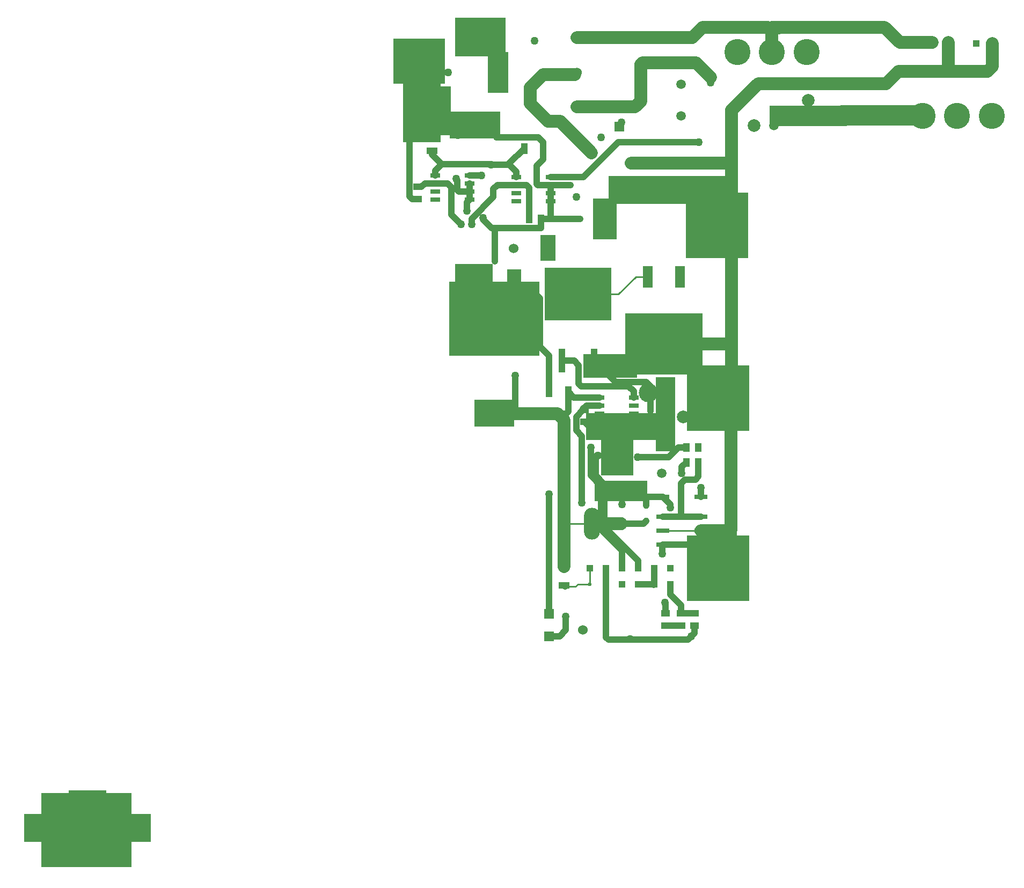
<source format=gtl>
G04 Layer_Physical_Order=1*
G04 Layer_Color=255*
%FSLAX25Y25*%
%MOIN*%
<<<<<<< HEAD
G70*
G01*
G75*
%ADD10R,0.01969X0.03937*%
%ADD11R,0.07874X0.02756*%
%ADD12R,0.07100X0.04400*%
%ADD13R,0.06299X0.05906*%
%ADD14R,0.41339X0.32677*%
%ADD15R,0.04134X0.14764*%
%ADD16R,0.06004X0.02756*%
%ADD17R,0.04331X0.07087*%
%ADD18R,0.48031X0.38386*%
%ADD19R,0.06299X0.13780*%
%ADD20R,0.04000X0.05500*%
%ADD21R,0.07087X0.04331*%
%ADD22R,0.05500X0.04000*%
%ADD23C,0.07874*%
%ADD24C,0.01000*%
%ADD25C,0.03937*%
%ADD26R,0.33500X0.15000*%
%ADD27R,0.70000X0.23500*%
%ADD28R,0.27000X0.27000*%
%ADD29R,0.49000X0.12500*%
%ADD30R,0.48000X0.13000*%
%ADD31R,0.25000X0.17000*%
%ADD32R,0.56500X0.46000*%
%ADD33R,0.39000X0.40500*%
%ADD34R,0.15000X0.25500*%
%ADD35R,0.31500X0.16500*%
%ADD36R,0.23500X0.47500*%
%ADD37R,0.15000X0.29000*%
%ADD38R,0.12500X0.25500*%
%ADD39R,0.20500X0.29000*%
%ADD40R,0.32500X0.13000*%
%ADD41R,0.50500X0.17000*%
%ADD42R,0.12000X0.46000*%
%ADD43R,0.78500X0.17500*%
%ADD44R,0.32000X0.28500*%
%ADD45R,0.31500X0.24000*%
%ADD46R,0.23500X0.19500*%
%ADD47R,0.09000X0.16000*%
%ADD48R,0.09500X0.16000*%
%ADD49R,0.33500X0.14500*%
%ADD50C,0.11811*%
%ADD51R,0.05906X0.05906*%
%ADD52C,0.05906*%
%ADD53C,0.02362*%
%ADD54R,0.04362X0.04362*%
%ADD55O,0.09900X0.19800*%
%ADD56O,0.16500X0.08250*%
%ADD57C,0.16200*%
%ADD58C,0.06000*%
%ADD59C,0.07874*%
%ADD60C,0.05000*%
G36*
X329032Y195977D02*
X330160Y194746D01*
X330087Y193078D01*
X328856Y191950D01*
X327188Y192023D01*
X326061Y193254D01*
X326133Y194922D01*
X327364Y196050D01*
X329032Y195977D01*
D02*
G37*
D10*
X362000Y195776D02*
D03*
Y205224D02*
D03*
D11*
X395811Y189594D02*
D03*
Y180933D02*
D03*
X372189Y189594D02*
D03*
Y180933D02*
D03*
X395811Y198256D02*
D03*
X372189D02*
D03*
X395811Y210854D02*
D03*
X372189D02*
D03*
D12*
X311000Y167400D02*
D03*
Y155600D02*
D03*
D13*
X301500Y137890D02*
D03*
Y124110D02*
D03*
D14*
X319500Y336642D02*
D03*
D15*
X329500Y295303D02*
D03*
X309500D02*
D03*
D16*
X354177Y272500D02*
D03*
Y267500D02*
D03*
Y262500D02*
D03*
Y257500D02*
D03*
X332823D02*
D03*
Y262500D02*
D03*
Y267500D02*
D03*
Y272500D02*
D03*
X302677Y409500D02*
D03*
Y404500D02*
D03*
Y399500D02*
D03*
Y394500D02*
D03*
X281323D02*
D03*
Y399500D02*
D03*
Y404500D02*
D03*
Y409500D02*
D03*
X252177Y410500D02*
D03*
Y405500D02*
D03*
Y400500D02*
D03*
Y395500D02*
D03*
X230823D02*
D03*
Y400500D02*
D03*
Y405500D02*
D03*
Y410500D02*
D03*
D17*
X313500Y276000D02*
D03*
X301689D02*
D03*
X286094Y427000D02*
D03*
X297905D02*
D03*
D18*
X373000Y305764D02*
D03*
D19*
X383000Y347437D02*
D03*
X363000D02*
D03*
D20*
X289300Y383500D02*
D03*
X296700D02*
D03*
X386800Y232000D02*
D03*
X394200D02*
D03*
Y241500D02*
D03*
X386800D02*
D03*
D21*
X229000Y425595D02*
D03*
Y437405D02*
D03*
D22*
X374000Y138200D02*
D03*
Y130800D02*
D03*
X392000D02*
D03*
Y138200D02*
D03*
X383500Y130800D02*
D03*
Y138200D02*
D03*
X220000Y403200D02*
D03*
Y395800D02*
D03*
X323500Y264700D02*
D03*
Y257300D02*
D03*
D23*
X440000Y500000D02*
Y502500D01*
Y489000D02*
Y500000D01*
X510000Y502500D02*
X519500Y493000D01*
X440000Y502500D02*
X510000D01*
X397000D02*
X437500D01*
X390500Y496000D02*
X397000Y502500D01*
X307000Y262500D02*
X311000Y258500D01*
X373000Y305764D02*
X414764D01*
X395811Y189594D02*
X414094D01*
X414500Y190000D02*
Y264811D01*
X414094Y165594D02*
Y189594D01*
X311000Y167400D02*
Y240500D01*
X280500Y262500D02*
X307000D01*
X311000Y234000D02*
Y258500D01*
X415000Y451000D02*
X431500Y467500D01*
X511000D01*
X518500Y475000D01*
X574000D02*
X577000Y478000D01*
Y492500D01*
X549500Y475000D02*
Y493000D01*
X518500Y475000D02*
X549500D01*
X574000D01*
X393000Y480500D02*
X402000Y471500D01*
X359500Y480500D02*
X393000D01*
X358500Y456500D02*
Y479500D01*
X355000Y453000D02*
X358500Y456500D01*
X319000Y453000D02*
X355000D01*
X352500Y418000D02*
X415000D01*
Y272000D02*
Y418000D01*
Y451000D01*
X308500Y444000D02*
X328000Y424500D01*
X301000Y444000D02*
X308500D01*
X290000Y455000D02*
X301000Y444000D01*
X290000Y455000D02*
Y465000D01*
X298000Y473000D01*
X317500D01*
X319000Y496000D02*
X390500D01*
X519500Y493000D02*
X539500D01*
D24*
X338500Y122000D02*
X388000D01*
X437500Y502500D02*
X440000Y500000D01*
X395811Y189594D02*
X395905Y189500D01*
X337000Y156500D02*
Y166500D01*
X311000Y155600D02*
X311600Y155000D01*
X301500Y137890D02*
Y212500D01*
X374000Y138200D02*
Y144500D01*
X373500Y145000D02*
X374000Y144500D01*
Y130800D02*
X383500D01*
X409563Y269748D02*
X414500Y264811D01*
X414094Y189594D02*
X414500Y190000D01*
X372000Y175500D02*
Y180744D01*
X372189Y180933D01*
X395811D01*
X383500Y198256D02*
Y219000D01*
X386000Y221500D01*
X392500D01*
X394200Y223200D01*
Y232000D01*
X372189Y198256D02*
X383500D01*
X395811D01*
X363354Y210854D02*
X372189D01*
X362000Y209500D02*
X363354Y210854D01*
X362000Y205224D02*
Y209500D01*
X377000Y204000D02*
Y206043D01*
X372189Y210854D02*
X377000Y206043D01*
X384000Y225500D02*
Y229200D01*
X386800Y232000D01*
X377000Y150000D02*
Y156500D01*
Y150000D02*
X383500Y143500D01*
Y138200D02*
Y143500D01*
Y138200D02*
X392000D01*
Y126000D02*
Y130800D01*
X366500Y156000D02*
X367000Y156500D01*
Y166500D01*
X357000Y156500D02*
X367000D01*
X337000Y123500D02*
Y156500D01*
Y123500D02*
X338500Y122000D01*
X301500Y124110D02*
X308110D01*
X312000Y128000D01*
Y135000D01*
X356500Y235500D02*
X376000D01*
X382000Y241500D01*
X386800D01*
X309500Y295303D02*
X317197D01*
X320000Y292500D01*
Y281000D02*
Y292500D01*
X317000Y272500D02*
X332823D01*
X313500Y276000D02*
X317000Y272500D01*
X313500Y263689D02*
Y276000D01*
X324800Y267500D02*
X332823D01*
X320000Y281000D02*
X321500Y279500D01*
X351000D01*
X354177Y276323D01*
Y272500D02*
Y276323D01*
X322000Y207000D02*
Y248500D01*
X318437Y252063D02*
Y260437D01*
X322700Y264700D01*
X323500D01*
X318437Y252063D02*
X322000Y248500D01*
X307000Y262500D02*
X312311D01*
X313500Y263689D01*
X347000Y166500D02*
Y177500D01*
X334000Y190500D02*
X347000Y177500D01*
X334000Y190500D02*
Y217500D01*
X327500Y224000D02*
X334000Y217500D01*
X327500Y224000D02*
Y240000D01*
X241000Y386000D02*
X247000Y380000D01*
X241000Y386000D02*
Y403000D01*
X238500Y405500D02*
X241000Y403000D01*
X230823Y405500D02*
X238500D01*
X357000Y166500D02*
Y171000D01*
X336000Y192000D02*
X357000Y171000D01*
X336000Y192000D02*
Y218500D01*
X330500Y224000D02*
X336000Y218500D01*
X330500Y224000D02*
Y236000D01*
X253500Y380000D02*
Y383500D01*
X267000Y397000D01*
Y402000D01*
X269500Y404500D01*
X281323D01*
X341890Y194000D02*
X360224D01*
X362000Y195776D01*
X280500Y262500D02*
Y285000D01*
X230823Y410500D02*
Y413323D01*
X235000Y417500D01*
X265000D01*
X265500Y417000D01*
X277000D01*
X281323Y412677D01*
Y409500D02*
Y412677D01*
X229000Y423500D02*
Y425595D01*
Y423500D02*
X235000Y417500D01*
X277000Y417000D02*
Y417906D01*
X286094Y427000D01*
X322500Y265200D02*
X324800Y267500D01*
X281323Y404500D02*
X287500D01*
X289300Y402700D01*
Y383500D02*
Y402700D01*
X220000Y403200D02*
X222200D01*
X224500Y405500D01*
X230823D01*
X252177Y410500D02*
X258000D01*
X549500Y493000D02*
X550000Y493500D01*
X302677Y409500D02*
X323000D01*
X344500Y431000D01*
X393500D01*
X402000Y468000D02*
Y471500D01*
X358500Y479500D02*
X359500Y480500D01*
X317500Y473000D02*
X319000Y474500D01*
X440000Y500000D02*
X444500D01*
X302677Y404500D02*
X315000D01*
X302677Y399500D02*
Y404500D01*
Y394500D02*
Y399500D01*
Y383677D02*
Y394500D01*
X302500Y383500D02*
X302677Y383677D01*
X296700Y383500D02*
X302500D01*
X321000D01*
X216700Y395800D02*
X220000D01*
X215000Y397500D02*
X216700Y395800D01*
X215000Y397500D02*
Y432500D01*
X219905Y437405D01*
X229000D01*
X244094D01*
X239000Y442500D02*
X244094Y437405D01*
X236000Y442500D02*
X239000D01*
X297905Y420405D02*
Y427000D01*
X294000Y416500D02*
X297905Y420405D01*
X294000Y405000D02*
Y416500D01*
Y405000D02*
X294500Y404500D01*
X302677D01*
X297905Y427000D02*
Y431095D01*
X295000Y434000D02*
X297905Y431095D01*
X269000Y434000D02*
X295000D01*
X388000Y122000D02*
X390000Y124000D01*
X392000Y126000D01*
X395811Y210854D02*
Y215189D01*
X396000Y215378D01*
X252177Y400500D02*
Y405500D01*
Y395500D02*
Y400500D01*
X245500D02*
X252177D01*
X244500Y401500D02*
X245500Y400500D01*
X244500Y401500D02*
Y407500D01*
X296700Y377700D02*
Y383500D01*
X260500Y383000D02*
X265800Y377700D01*
X250500Y388500D02*
Y393823D01*
X252177Y395500D01*
X268000Y357000D02*
Y377700D01*
X265800D02*
X268000D01*
X296700D01*
X323500Y257300D02*
X329800Y251000D01*
X343000D01*
X329500Y295303D02*
X342803Y282000D01*
X362000D01*
X364500Y279500D01*
Y264000D02*
Y279500D01*
X301689Y276000D02*
Y298311D01*
X296000Y304000D02*
X301689Y298311D01*
X296000Y304000D02*
Y334000D01*
X289500Y340500D02*
X296000Y334000D01*
D25*
X372189Y189594D02*
X395811D01*
X319500Y156500D02*
X327000D01*
X318000Y155000D02*
X319500Y156500D01*
X311600Y155000D02*
X318000D01*
X327000Y156500D02*
Y166500D01*
X355437Y347437D02*
X363000D01*
X344642Y336642D02*
X355437Y347437D01*
X319500Y336642D02*
X344642D01*
X311000Y194000D02*
X328110D01*
D26*
X441250Y441500D02*
D03*
D27*
X507000Y447750D02*
D03*
D28*
X462500Y447500D02*
D03*
D29*
X267500Y262750D02*
D03*
D30*
Y321500D02*
D03*
D31*
X406500Y272000D02*
D03*
X406000Y379500D02*
D03*
X406500Y166500D02*
D03*
D32*
X336250Y383500D02*
D03*
D33*
X255500Y441750D02*
D03*
D34*
X222500Y454750D02*
D03*
D35*
X233250Y451250D02*
D03*
D36*
X269750Y474250D02*
D03*
D37*
X344000Y238500D02*
D03*
D38*
X346250Y214250D02*
D03*
D39*
X349750Y254500D02*
D03*
D40*
X373750Y262000D02*
D03*
D41*
X377750Y401500D02*
D03*
D42*
X221000Y481500D02*
D03*
D43*
X258750Y496250D02*
D03*
D44*
X255000Y345750D02*
D03*
D45*
X279750Y344000D02*
D03*
D46*
X300750Y365250D02*
D03*
D47*
X339500Y292000D02*
D03*
D48*
X363250Y275500D02*
D03*
D49*
X345250Y440750D02*
D03*
D50*
X383500Y447500D02*
D03*
Y467185D02*
D03*
X371500Y225315D02*
D03*
Y245000D02*
D03*
D51*
X327000Y156500D02*
D03*
X549500Y493000D02*
D03*
X577000Y492500D02*
D03*
D52*
X337000Y156500D02*
D03*
X347000D02*
D03*
X357000D02*
D03*
X367000D02*
D03*
X377000D02*
D03*
X327000Y166500D02*
D03*
X337000D02*
D03*
X347000D02*
D03*
X357000D02*
D03*
X367000D02*
D03*
X377000D02*
D03*
X539500Y493000D02*
D03*
X567000Y492500D02*
D03*
D53*
X328110Y194000D02*
D03*
D54*
X341890D02*
D03*
D55*
X555043Y447500D02*
D03*
X576500D02*
D03*
X533587D02*
D03*
X439957Y487000D02*
D03*
X418500D02*
D03*
X461413D02*
D03*
D56*
X319000Y453000D02*
D03*
Y474500D02*
D03*
Y496000D02*
D03*
D57*
X239000Y474500D02*
D03*
D58*
X322500Y128000D02*
D03*
X279500Y365000D02*
D03*
D59*
X429000Y441500D02*
D03*
X462500Y457000D02*
D03*
X385000Y260500D02*
D03*
X396500Y401500D02*
D03*
D60*
X301500Y212500D02*
D03*
X373500Y145000D02*
D03*
X372000Y175500D02*
D03*
X377000Y204000D02*
D03*
X384000Y225500D02*
D03*
X312000Y136500D02*
D03*
X356500Y235500D02*
D03*
X322000Y207000D02*
D03*
X327500Y241500D02*
D03*
X247000Y380000D02*
D03*
X332000Y236500D02*
D03*
X253500Y380000D02*
D03*
X280500Y286000D02*
D03*
X265500Y417000D02*
D03*
X259500Y410500D02*
D03*
X394500Y431000D02*
D03*
X402000Y468000D02*
D03*
X351500Y418500D02*
D03*
X328000Y424500D02*
D03*
X352000Y122500D02*
D03*
X390000Y124000D02*
D03*
X396000Y216500D02*
D03*
X347000Y206000D02*
D03*
X244000Y408500D02*
D03*
X245000Y435500D02*
D03*
X260500Y384000D02*
D03*
X250500Y388500D02*
D03*
X292500Y494000D02*
D03*
X346500Y443500D02*
D03*
X334000Y434000D02*
D03*
X318500Y397000D02*
D03*
M02*
=======
%SFA1B1*%

%IPPOS*%
%ADD10R,0.019690X0.039370*%
%ADD11R,0.078740X0.027560*%
%ADD12R,0.071000X0.044000*%
%ADD13R,0.062990X0.059060*%
%ADD14R,0.413390X0.326770*%
%ADD15R,0.041340X0.147640*%
%ADD16R,0.060040X0.027560*%
%ADD17R,0.043310X0.070870*%
%ADD18R,0.480310X0.383860*%
%ADD19R,0.062990X0.137800*%
%ADD20R,0.040000X0.055000*%
%ADD21R,0.070870X0.043310*%
%ADD22R,0.055000X0.040000*%
%ADD23C,0.078740*%
%ADD24C,0.039370*%
%ADD25C,0.010000*%
%ADD26C,0.059060*%
%ADD27R,0.490000X0.125000*%
%ADD28R,0.480000X0.130000*%
%ADD29R,0.250000X0.170000*%
%ADD30R,0.565000X0.460000*%
%ADD31R,0.390000X0.405000*%
%ADD32R,0.150000X0.255000*%
%ADD33R,0.315000X0.165000*%
%ADD34R,0.235000X0.475000*%
%ADD35R,0.150000X0.290000*%
%ADD36R,0.125000X0.255000*%
%ADD37R,0.205000X0.290000*%
%ADD38R,0.325000X0.130000*%
%ADD39R,0.505000X0.170000*%
%ADD40R,0.120000X0.460000*%
%ADD41R,0.785000X0.175000*%
%ADD42R,0.320000X0.285000*%
%ADD43R,0.315000X0.240000*%
%ADD44R,0.235000X0.195000*%
%ADD45R,0.090000X0.160000*%
%ADD46R,0.095000X0.160000*%
%ADD47R,0.335000X0.145000*%
%ADD48C,0.118110*%
%ADD49R,0.059060X0.059060*%
%ADD50C,0.059060*%
%ADD51C,0.023620*%
%ADD52R,0.043620X0.043620*%
%ADD53O,0.099000X0.198000*%
%ADD54O,0.165000X0.082500*%
%ADD55C,0.162000*%
%ADD56C,0.060000*%
%ADD57C,0.050000*%
%LNchicker-1*%
%LPD*%
G36*
X14241Y01959D02*
X14229Y01947D01*
X1423Y0193*
X14242Y01919*
X14259Y0192*
X1427Y01932*
X1427Y01949*
X14257Y0196*
X14241Y01959*
G37*
G54D10*
X13911Y01957D03*
Y02052D03*
G54D11*
X13573Y01895D03*
Y01809D03*
X13809Y01895D03*
Y01809D03*
X13573Y01982D03*
X13809D03*
X13573Y02108D03*
X13809D03*
G54D12*
X14421Y01674D03*
Y01556D03*
G54D13*
X14516Y01378D03*
Y01241D03*
G54D14*
X14336Y03366D03*
G54D15*
X14236Y02953D03*
X14436D03*
G54D16*
X13989Y02725D03*
Y02675D03*
Y02625D03*
Y02575D03*
X14203D03*
Y02625D03*
Y02675D03*
Y02725D03*
X14504Y04095D03*
Y04045D03*
Y03995D03*
Y03945D03*
X14718D03*
Y03995D03*
Y04045D03*
Y04095D03*
X15009Y04105D03*
Y04055D03*
Y04005D03*
Y03955D03*
X15223D03*
Y04005D03*
Y04055D03*
Y04105D03*
G54D17*
X14396Y0276D03*
X14514D03*
X1467Y0427D03*
X14552D03*
G54D18*
X13801Y03057D03*
G54D19*
X13701Y03474D03*
X13901D03*
G54D20*
X14638Y03835D03*
X14564D03*
X13663Y0232D03*
X13589D03*
Y02415D03*
X13663D03*
G54D21*
X15241Y04255D03*
Y04374D03*
G54D22*
X13791Y01382D03*
Y01308D03*
X13611D03*
Y01382D03*
X13696Y01308D03*
Y01382D03*
X15331Y04032D03*
Y03958D03*
X14296Y02647D03*
Y02573D03*
G54D23*
X14461Y02625D02*
X14421Y02585D01*
X13801Y03057D02*
X13383D01*
X13573Y01895D02*
X1339D01*
X13386Y019D02*
Y02648D01*
X1339Y01655D02*
Y01895D01*
X14421Y01674D02*
Y02405D01*
X14726Y02625D02*
X14461D01*
X14421Y0234D02*
Y02585D01*
X13381Y0451D02*
X13216Y04675D01*
X12421*
X12346Y0475*
X11791D02*
X11761Y0478D01*
Y04925*
X12036Y0475D02*
Y0493D01*
X12346Y0475D02*
X12036D01*
X11791*
X13601Y04805D02*
X13511Y04715D01*
X13936Y04805D02*
X13601D01*
X13946Y04565D02*
Y04795D01*
X13981Y0453D02*
X13946Y04565D01*
X14341Y0453D02*
X13981D01*
X14006Y0418D02*
X13381D01*
Y0272D02*
Y0418D01*
Y0451*
X14446Y0444D02*
X14251Y04245D01*
X14521Y0444D02*
X14446D01*
X14631Y0455D02*
X14521Y0444D01*
X14631Y0455D02*
Y0465D01*
X14551Y0473*
X14356*
X14341Y0496D02*
X13626D01*
X13131Y0489D02*
Y05D01*
X13626Y0496D02*
X13561Y05025D01*
X134*
X13291D02*
X13156D01*
X13056Y0503D02*
X12436D01*
X12336Y0493*
X12136*
G54D24*
X13809Y01895D02*
X13573D01*
X14336Y01565D02*
X14261D01*
X14351Y0155D02*
X14336Y01565D01*
X14415Y0155D02*
X14351D01*
X14261Y01565D02*
Y01665D01*
X13977Y03474D02*
X13901D01*
X14084Y03366D02*
X13977Y03474D01*
X14336Y03366D02*
X14084D01*
X14421Y0194D02*
X1425D01*
G54D25*
X13573Y01895D02*
X13572Y01895D01*
X14161Y01565D02*
Y01665D01*
X14421Y01556D02*
X14415Y0155D01*
X14516Y01378D02*
Y02125D01*
X13791Y01382D02*
Y01445D01*
X13796Y0145D02*
X13791Y01445D01*
Y01308D02*
X13696D01*
X13435Y02697D02*
X13386Y02648D01*
X1339Y01895D02*
X13386Y019D01*
X13811Y01755D02*
Y01807D01*
X13809Y01809*
X13573*
X13696Y01982D02*
Y0219D01*
X13671Y02215*
X13606*
X13589Y02232*
Y0232*
X13809Y01982D02*
X13696D01*
X13573*
X13897Y02108D02*
X13809D01*
X13911Y02095D02*
X13897Y02108D01*
X13911Y02052D02*
Y02095D01*
X13761Y0204D02*
Y0206D01*
X13809Y02108D02*
X13761Y0206D01*
X13691Y02255D02*
Y02292D01*
X13663Y0232*
X13761Y015D02*
Y01565D01*
Y015D02*
X13696Y01435D01*
Y01382D02*
Y01435D01*
Y01382D02*
X13611D01*
Y0126D02*
Y01308D01*
X13866Y0156D02*
X13861Y01565D01*
Y01665*
X13961Y01565D02*
X13861D01*
X14161Y01235D02*
Y01565D01*
Y01235D02*
X14146Y0122D01*
X14516Y01241D02*
X1445D01*
X14411Y0128*
Y0135*
X13966Y02355D02*
X13771D01*
X13711Y02415*
X13663*
X14436Y02953D02*
X14359D01*
X14331Y02925*
Y0281D02*
Y02925D01*
X14361Y02725D02*
X14203D01*
X14396Y0276D02*
X14361Y02725D01*
X14396Y02636D02*
Y0276D01*
X14283Y02675D02*
X14203D01*
X14331Y0281D02*
X14316Y02795D01*
X14021*
X13989Y02763*
Y02725D02*
Y02763D01*
X14311Y0207D02*
Y02485D01*
X14347Y0252D02*
Y02604D01*
X14304Y02647*
X14296*
X14347Y0252D02*
X14311Y02485D01*
X14461Y02625D02*
X14408D01*
X14396Y02636*
X14061Y01665D02*
Y01775D01*
X14191Y01905D02*
X14061Y01775D01*
X14191Y01905D02*
Y02175D01*
X14256Y0224D02*
X14191Y02175D01*
X14256Y0224D02*
Y024D01*
X15121Y0386D02*
X15061Y038D01*
X15121Y0386D02*
Y0403D01*
X15146Y04055D02*
X15121Y0403D01*
X15223Y04055D02*
X15146D01*
X13961Y01665D02*
Y0171D01*
X14171Y0192D02*
X13961Y0171D01*
X14171Y0192D02*
Y02185D01*
X14226Y0224D02*
X14171Y02185D01*
X14226Y0224D02*
Y0236D01*
X14996Y038D02*
Y03835D01*
X14861Y0397*
Y0402*
X14836Y04045*
X14718*
X14112Y0194D02*
X13929D01*
X13911Y01957*
X14726Y02625D02*
Y0285D01*
X15223Y04105D02*
Y04133D01*
X15181Y04175*
X14881*
X14876Y0417*
X14761*
X14718Y04126*
Y04095D02*
Y04126D01*
X15241Y04235D02*
Y04255D01*
Y04235D02*
X15181Y04175D01*
X14761Y0417D02*
Y04179D01*
X1467Y0427*
X14306Y02652D02*
X14283Y02675D01*
X14718Y04045D02*
X14656D01*
X14638Y04027*
Y03835D02*
Y04027D01*
X15331Y04032D02*
X15309D01*
X15286Y04055*
X15223*
X15009Y04105D02*
X14951D01*
X12036Y0493D02*
X12031Y04935D01*
X14504Y04095D02*
X14301D01*
X14086Y0431*
X13596*
X13511Y0468D02*
Y04715D01*
X13946Y04795D02*
X13936Y04805D01*
X14356Y0473D02*
X14341Y04745D01*
X13156Y05025D02*
X13131Y05D01*
X13086*
X14504Y04045D02*
X14381D01*
X14504Y03995D02*
Y04045D01*
Y03945D02*
Y03995D01*
Y03836D02*
Y03945D01*
X14506Y03835D02*
X14504Y03836D01*
X14564Y03835D02*
X14506D01*
X14321*
X15364Y03958D02*
X15331D01*
X15381Y03975D02*
X15364Y03958D01*
X15381Y03975D02*
Y04325D01*
X15332Y04374*
X15241*
X1509*
X15141Y04425D02*
X1509Y04374D01*
X15171Y04425D02*
X15141D01*
X14552Y04204D02*
Y0427D01*
X14591Y04165D02*
X14552Y04204D01*
X14591Y0405D02*
Y04165D01*
Y0405D02*
X14586Y04045D01*
X14504*
X14552Y0427D02*
Y0431D01*
X14581Y0434D02*
X14552Y0431D01*
X14841Y0434D02*
X14581D01*
X13651Y0122D02*
X13631Y0124D01*
X13611Y0126*
X13573Y02108D02*
Y02151D01*
X13571Y02153*
X15009Y04005D02*
Y04055D01*
Y03955D02*
Y04005D01*
X15076D02*
X15009D01*
X15086Y04015D02*
X15076Y04005D01*
X15086Y04015D02*
Y04075D01*
X14564Y03777D02*
Y03835D01*
X14926Y0383D02*
X14873Y03777D01*
X15026Y03885D02*
Y03938D01*
X15009Y03955*
X14851Y0357D02*
Y03777D01*
X14873D02*
X14851D01*
X14564*
X14296Y02573D02*
X14233Y0251D01*
X14101*
X14236Y02953D02*
X14103Y0282D01*
X13911*
X13886Y02795*
Y0264D02*
Y02795D01*
X14514Y0276D02*
Y02983D01*
X14571Y0304D02*
X14514Y02983D01*
X14571Y0304D02*
Y0334D01*
X14636Y03405D02*
X14571Y0334D01*
X14146Y0122D02*
X13651D01*
G54D26*
X134Y05025D02*
X13386Y05038D01*
X13304*
X13291Y05025*
X13086Y05D02*
X13056Y0503D01*
G54D27*
X14856Y02627D03*
G54D28*
X14856Y03215D03*
G54D29*
X13466Y0272D03*
X13471Y03795D03*
X13466Y01665D03*
G54D30*
X14168Y03835D03*
G54D31*
X14976Y04417D03*
G54D32*
X15306Y04547D03*
G54D33*
X15198Y04512D03*
G54D34*
X14833Y04742D03*
G54D35*
X14091Y02385D03*
G54D36*
X14068Y02142D03*
G54D37*
X14033Y02545D03*
G54D38*
X13793Y0262D03*
G54D39*
X13753Y04015D03*
G54D40*
X15321Y04815D03*
G54D41*
X14943Y04962D03*
G54D42*
X14981Y03457D03*
G54D43*
X14733Y0344D03*
G54D44*
X14523Y03652D03*
G54D45*
X14136Y0292D03*
G54D46*
X13898Y02755D03*
G54D47*
X14078Y04407D03*
G54D48*
X13696Y04475D03*
Y04671D03*
X13816Y02253D03*
Y0245D03*
G54D49*
X14261Y01565D03*
X12036Y0493D03*
X11761Y04925D03*
G54D50*
X14161Y01565D03*
X14061D03*
X13961D03*
X13861D03*
X13761D03*
X14261Y01665D03*
X14161D03*
X14061D03*
X13961D03*
X13861D03*
X13761D03*
X12136Y0493D03*
X11861Y04925D03*
G54D51*
X1425Y0194D03*
G54D52*
X14112Y0194D03*
G54D53*
X1198Y04475D03*
X11766D03*
X12195D03*
X13131Y0489D03*
X13345D03*
X12916D03*
G54D54*
X14341Y0453D03*
Y04745D03*
Y0496D03*
G54D55*
X15141Y04745D03*
G54D56*
X14306Y0128D03*
X14736Y0365D03*
G54D57*
X14516Y02125D03*
X13796Y0145D03*
X13811Y01755D03*
X13761Y0204D03*
X13691Y02255D03*
X14411Y01365D03*
X13966Y02355D03*
X14311Y0207D03*
X14256Y02415D03*
X15061Y038D03*
X14211Y02365D03*
X14996Y038D03*
X14726Y0286D03*
X14876Y0417D03*
X14936Y04105D03*
X13586Y0431D03*
X13511Y0468D03*
X14016Y04185D03*
X14251Y04245D03*
X14011Y01225D03*
X13631Y0124D03*
X13571Y02165D03*
X14061Y0206D03*
X13666Y026D03*
X13566Y04015D03*
X15091Y04085D03*
X15081Y04355D03*
X14926Y0384D03*
X15026Y03885D03*
X14606Y0494D03*
X14066Y04435D03*
X14191Y0434D03*
X14346Y0397D03*
M02*
>>>>>>> 26c2e4b13dbe95d67e90c262a04873cdf8e553ca

</source>
